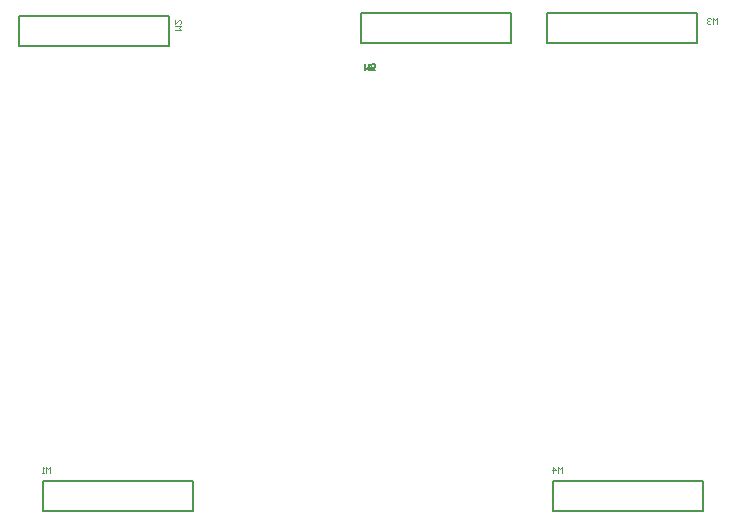
<source format=gbo>
G04*
G04 #@! TF.GenerationSoftware,Altium Limited,Altium Designer,24.5.2 (23)*
G04*
G04 Layer_Color=32896*
%FSLAX44Y44*%
%MOMM*%
G71*
G04*
G04 #@! TF.SameCoordinates,C5F79816-F3BF-4F28-B5AB-9B0DAD98A386*
G04*
G04*
G04 #@! TF.FilePolarity,Positive*
G04*
G01*
G75*
%ADD10C,0.2000*%
%ADD11C,0.1270*%
%ADD12C,0.0762*%
D10*
X-193040Y-55880D02*
Y-30480D01*
X-320040D02*
X-193040D01*
X-320040Y-55880D02*
X-193040D01*
X-320040D02*
Y-30480D01*
X-35560Y-55880D02*
Y-30480D01*
X-162560D02*
X-35560D01*
X-162560Y-55880D02*
X-35560D01*
X-162560D02*
Y-30480D01*
X-609600Y-58420D02*
Y-33020D01*
X-482600Y-58420D02*
Y-33020D01*
X-609600Y-58420D02*
X-482600D01*
X-609600Y-33020D02*
X-482600D01*
X-589280Y-426720D02*
X-462280D01*
X-589280Y-452120D02*
X-462280D01*
X-589280D02*
Y-426720D01*
X-462280Y-452120D02*
Y-426720D01*
X-157480Y-452120D02*
Y-426720D01*
Y-452120D02*
X-30480D01*
X-157480Y-426720D02*
X-30480D01*
Y-452120D02*
Y-426720D01*
D11*
X-316652Y-73661D02*
Y-78739D01*
X-314959Y-77046D01*
X-313266Y-78739D01*
Y-73661D01*
X-308188Y-78739D02*
X-311574D01*
Y-76200D01*
X-309881Y-77046D01*
X-309034D01*
X-308188Y-76200D01*
Y-74507D01*
X-309034Y-73661D01*
X-310727D01*
X-311574Y-74507D01*
D12*
X-149352Y-419862D02*
Y-414784D01*
X-151045Y-416476D01*
X-152738Y-414784D01*
Y-419862D01*
X-156969D02*
Y-414784D01*
X-154430Y-417323D01*
X-157816D01*
X-18628Y-39369D02*
Y-34291D01*
X-20321Y-35984D01*
X-22014Y-34291D01*
Y-39369D01*
X-23706Y-35137D02*
X-24553Y-34291D01*
X-26246D01*
X-27092Y-35137D01*
Y-35984D01*
X-26246Y-36830D01*
X-25399D01*
X-26246D01*
X-27092Y-37676D01*
Y-38523D01*
X-26246Y-39369D01*
X-24553D01*
X-23706Y-38523D01*
X-477519Y-44872D02*
X-472441D01*
X-474134Y-43179D01*
X-472441Y-41486D01*
X-477519D01*
Y-36408D02*
Y-39794D01*
X-474134Y-36408D01*
X-473287D01*
X-472441Y-37254D01*
Y-38947D01*
X-473287Y-39794D01*
X-582676Y-419862D02*
Y-414784D01*
X-584369Y-416476D01*
X-586062Y-414784D01*
Y-419862D01*
X-587754D02*
X-589447D01*
X-588601D01*
Y-414784D01*
X-587754Y-415630D01*
M02*

</source>
